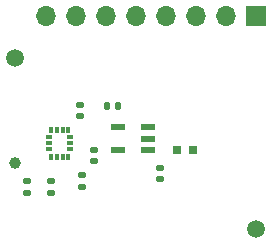
<source format=gts>
G04 #@! TF.GenerationSoftware,KiCad,Pcbnew,(6.0.5)*
G04 #@! TF.CreationDate,2023-01-28T11:09:11-05:00*
G04 #@! TF.ProjectId,IMU Breakout,494d5520-4272-4656-916b-6f75742e6b69,rev?*
G04 #@! TF.SameCoordinates,Original*
G04 #@! TF.FileFunction,Soldermask,Top*
G04 #@! TF.FilePolarity,Negative*
%FSLAX46Y46*%
G04 Gerber Fmt 4.6, Leading zero omitted, Abs format (unit mm)*
G04 Created by KiCad (PCBNEW (6.0.5)) date 2023-01-28 11:09:11*
%MOMM*%
%LPD*%
G01*
G04 APERTURE LIST*
G04 Aperture macros list*
%AMRoundRect*
0 Rectangle with rounded corners*
0 $1 Rounding radius*
0 $2 $3 $4 $5 $6 $7 $8 $9 X,Y pos of 4 corners*
0 Add a 4 corners polygon primitive as box body*
4,1,4,$2,$3,$4,$5,$6,$7,$8,$9,$2,$3,0*
0 Add four circle primitives for the rounded corners*
1,1,$1+$1,$2,$3*
1,1,$1+$1,$4,$5*
1,1,$1+$1,$6,$7*
1,1,$1+$1,$8,$9*
0 Add four rect primitives between the rounded corners*
20,1,$1+$1,$2,$3,$4,$5,0*
20,1,$1+$1,$4,$5,$6,$7,0*
20,1,$1+$1,$6,$7,$8,$9,0*
20,1,$1+$1,$8,$9,$2,$3,0*%
G04 Aperture macros list end*
%ADD10C,1.000000*%
%ADD11R,1.700000X1.700000*%
%ADD12O,1.700000X1.700000*%
%ADD13C,1.500000*%
%ADD14RoundRect,0.140000X-0.170000X0.140000X-0.170000X-0.140000X0.170000X-0.140000X0.170000X0.140000X0*%
%ADD15RoundRect,0.140000X0.170000X-0.140000X0.170000X0.140000X-0.170000X0.140000X-0.170000X-0.140000X0*%
%ADD16R,1.200000X0.600000*%
%ADD17R,0.650000X0.700000*%
%ADD18R,0.300000X0.600000*%
%ADD19R,0.600000X0.300000*%
%ADD20RoundRect,0.135000X-0.185000X0.135000X-0.185000X-0.135000X0.185000X-0.135000X0.185000X0.135000X0*%
%ADD21RoundRect,0.147500X-0.172500X0.147500X-0.172500X-0.147500X0.172500X-0.147500X0.172500X0.147500X0*%
%ADD22RoundRect,0.140000X0.140000X0.170000X-0.140000X0.170000X-0.140000X-0.170000X0.140000X-0.170000X0*%
G04 APERTURE END LIST*
D10*
X121657580Y-93883820D03*
D11*
X142032580Y-81383820D03*
D12*
X139492580Y-81383820D03*
X136952580Y-81383820D03*
X134412580Y-81383820D03*
X131872580Y-81383820D03*
X129332580Y-81383820D03*
X126792580Y-81383820D03*
X124252580Y-81383820D03*
D13*
X142057580Y-99483820D03*
D14*
X133905078Y-94301321D03*
X133905078Y-95261321D03*
X128305078Y-92741321D03*
X128305078Y-93701321D03*
D15*
X127105078Y-89881321D03*
X127105078Y-88921321D03*
D16*
X132855078Y-92751321D03*
X132855078Y-91801321D03*
X132855078Y-90851321D03*
X130355078Y-90851321D03*
X130355078Y-92751321D03*
D17*
X136680078Y-92801321D03*
X135330078Y-92801321D03*
D18*
X124655078Y-93351321D03*
X125155078Y-93351321D03*
X125655078Y-93351321D03*
X126155078Y-93351321D03*
D19*
X126305078Y-92701321D03*
X126305078Y-92201321D03*
X126305078Y-91701321D03*
D18*
X126155078Y-91051321D03*
X125655078Y-91051321D03*
X125155078Y-91051321D03*
X124655078Y-91051321D03*
D19*
X124505078Y-91701321D03*
X124505078Y-92201321D03*
X124505078Y-92701321D03*
D14*
X127305078Y-94901321D03*
X127305078Y-95861321D03*
D20*
X124705078Y-95391321D03*
X124705078Y-96411321D03*
D21*
X122605078Y-95416321D03*
X122605078Y-96386321D03*
D22*
X130365078Y-89001321D03*
X129405078Y-89001321D03*
D13*
X121657580Y-84983820D03*
M02*

</source>
